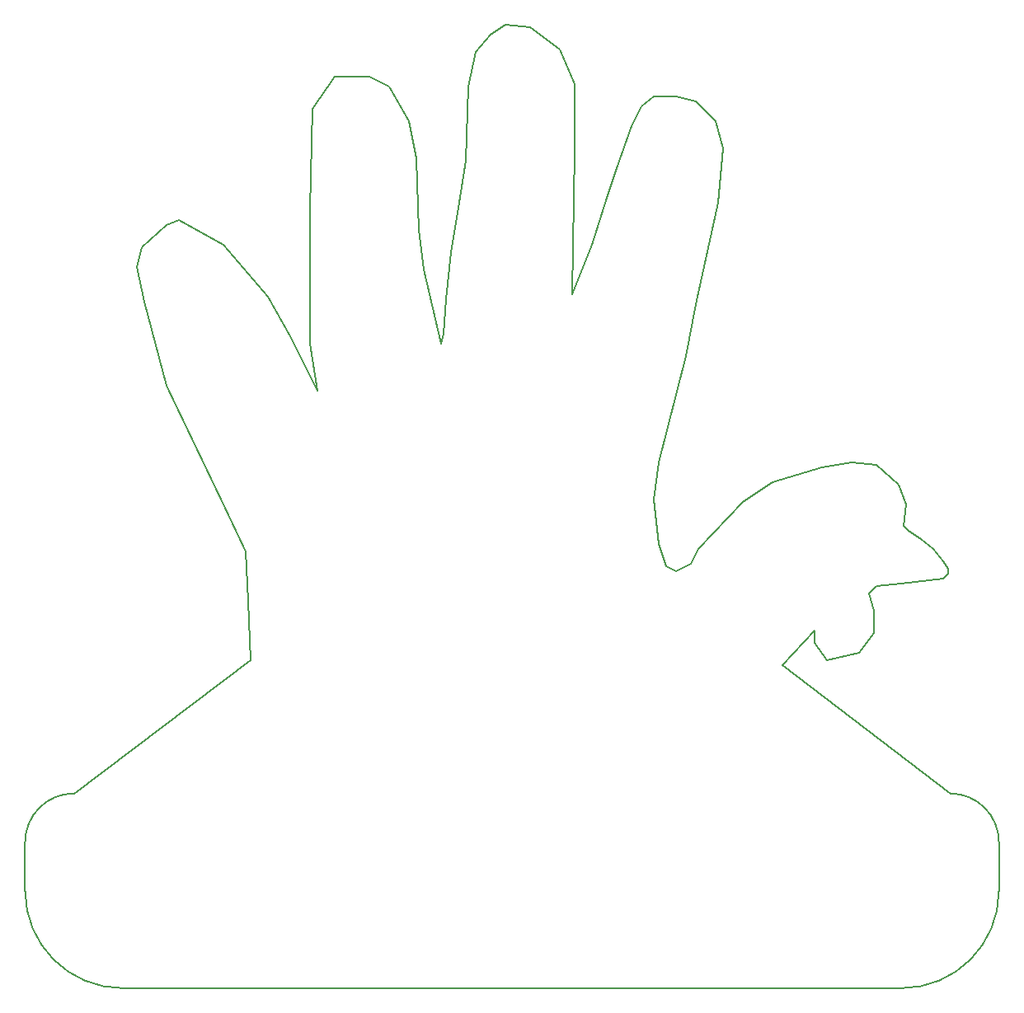
<source format=gbr>
G04 #@! TF.FileFunction,Profile,NP*
%FSLAX46Y46*%
G04 Gerber Fmt 4.6, Leading zero omitted, Abs format (unit mm)*
G04 Created by KiCad (PCBNEW 4.0.6) date 11/09/17 18:00:55*
%MOMM*%
%LPD*%
G01*
G04 APERTURE LIST*
%ADD10C,0.100000*%
%ADD11C,0.150000*%
G04 APERTURE END LIST*
D10*
D11*
X189992000Y-108458000D02*
X194310000Y-107950000D01*
X187452000Y-108712000D02*
X189992000Y-108458000D01*
X186690000Y-109474000D02*
X187452000Y-108712000D01*
X187198000Y-111252000D02*
X186690000Y-109474000D01*
X187198000Y-113538000D02*
X187198000Y-111252000D01*
X185674000Y-115570000D02*
X187198000Y-113538000D01*
X182372000Y-116332000D02*
X185674000Y-115570000D01*
X181102000Y-114554000D02*
X182372000Y-116332000D01*
X181102000Y-113284000D02*
X181102000Y-114554000D01*
X177800000Y-116840000D02*
X181102000Y-113284000D01*
X105000000Y-130000000D02*
X123190000Y-116332000D01*
X195000000Y-130000000D02*
X177800000Y-116840000D01*
X105000000Y-130000000D02*
G75*
G03X100000000Y-135000000I0J-5000000D01*
G01*
X200000000Y-135000000D02*
G75*
G03X195000000Y-130000000I-5000000J0D01*
G01*
X100000000Y-140000000D02*
X100000000Y-135000000D01*
X200000000Y-140000000D02*
X200000000Y-135000000D01*
X190000000Y-150000000D02*
X110000000Y-150000000D01*
X100000000Y-140000000D02*
G75*
G03X110000000Y-150000000I10000000J0D01*
G01*
X190000000Y-150000000D02*
G75*
G03X200000000Y-140000000I0J10000000D01*
G01*
X112268000Y-79502000D02*
X111506000Y-75946000D01*
X114554000Y-88138000D02*
X112268000Y-79502000D01*
X120396000Y-100330000D02*
X114554000Y-88138000D01*
X122682000Y-105156000D02*
X120396000Y-100330000D01*
X122936000Y-110236000D02*
X122682000Y-105156000D01*
X123190000Y-116332000D02*
X122936000Y-110236000D01*
X112014000Y-73914000D02*
X111506000Y-75946000D01*
X114554000Y-71628000D02*
X112014000Y-73914000D01*
X115824000Y-71120000D02*
X114554000Y-71628000D01*
X120396000Y-73660000D02*
X115824000Y-71120000D01*
X124968000Y-78994000D02*
X120396000Y-73660000D01*
X127254000Y-83058000D02*
X124968000Y-78994000D01*
X130048000Y-88646000D02*
X127254000Y-83058000D01*
X129286000Y-83820000D02*
X130048000Y-88646000D01*
X129286000Y-70104000D02*
X129286000Y-83820000D01*
X129540000Y-59690000D02*
X129286000Y-70104000D01*
X131826000Y-56388000D02*
X129540000Y-59690000D01*
X135382000Y-56388000D02*
X131826000Y-56388000D01*
X137414000Y-57404000D02*
X135382000Y-56388000D01*
X139446000Y-60960000D02*
X137414000Y-57404000D01*
X140208000Y-64770000D02*
X139446000Y-60960000D01*
X140462000Y-72136000D02*
X140208000Y-64770000D01*
X140970000Y-76200000D02*
X140462000Y-72136000D01*
X142748000Y-83820000D02*
X140970000Y-76200000D01*
X143002000Y-82804000D02*
X142748000Y-83820000D01*
X143256000Y-79248000D02*
X143002000Y-82804000D01*
X143764000Y-74422000D02*
X143256000Y-79248000D01*
X144526000Y-69850000D02*
X143764000Y-74422000D01*
X145288000Y-65024000D02*
X144526000Y-69850000D01*
X145542000Y-57404000D02*
X145288000Y-65024000D01*
X146304000Y-53848000D02*
X145542000Y-57404000D01*
X147828000Y-52070000D02*
X146304000Y-53848000D01*
X149352000Y-51054000D02*
X147828000Y-52070000D01*
X151892000Y-51308000D02*
X149352000Y-51054000D01*
X154940000Y-53594000D02*
X151892000Y-51308000D01*
X156464000Y-57150000D02*
X154940000Y-53594000D01*
X156464000Y-64008000D02*
X156464000Y-57150000D01*
X156210000Y-78740000D02*
X156464000Y-64008000D01*
X158242000Y-73660000D02*
X156210000Y-78740000D01*
X159766000Y-68834000D02*
X158242000Y-73660000D01*
X160782000Y-65786000D02*
X159766000Y-68834000D01*
X162306000Y-61468000D02*
X160782000Y-65786000D01*
X163322000Y-59436000D02*
X162306000Y-61468000D01*
X164592000Y-58420000D02*
X163322000Y-59436000D01*
X166878000Y-58420000D02*
X164592000Y-58420000D01*
X168910000Y-58928000D02*
X166878000Y-58420000D01*
X170942000Y-60960000D02*
X168910000Y-58928000D01*
X171704000Y-63754000D02*
X170942000Y-60960000D01*
X171196000Y-69342000D02*
X171704000Y-63754000D01*
X168910000Y-79756000D02*
X171196000Y-69342000D01*
X167894000Y-85090000D02*
X168910000Y-79756000D01*
X165100000Y-96012000D02*
X167894000Y-85090000D01*
X164592000Y-99822000D02*
X165100000Y-96012000D01*
X165100000Y-104394000D02*
X164592000Y-99822000D01*
X165862000Y-106680000D02*
X165100000Y-104394000D01*
X166878000Y-107188000D02*
X165862000Y-106680000D01*
X168402000Y-106426000D02*
X166878000Y-107188000D01*
X169164000Y-104902000D02*
X168402000Y-106426000D01*
X173736000Y-100076000D02*
X169164000Y-104902000D01*
X176784000Y-98044000D02*
X173736000Y-100076000D01*
X181864000Y-96520000D02*
X176784000Y-98044000D01*
X184912000Y-96012000D02*
X181864000Y-96520000D01*
X187452000Y-96266000D02*
X184912000Y-96012000D01*
X189738000Y-98298000D02*
X187452000Y-96266000D01*
X190500000Y-100330000D02*
X189738000Y-98298000D01*
X190250000Y-102500000D02*
X190500000Y-100330000D01*
X190750000Y-103000000D02*
X190250000Y-102500000D01*
X192024000Y-103886000D02*
X190750000Y-103000000D01*
X193294000Y-104902000D02*
X192024000Y-103886000D01*
X194310000Y-106172000D02*
X193294000Y-104902000D01*
X194818000Y-106934000D02*
X194310000Y-106172000D01*
X194818000Y-107442000D02*
X194818000Y-106934000D01*
X194310000Y-107950000D02*
X194818000Y-107442000D01*
M02*

</source>
